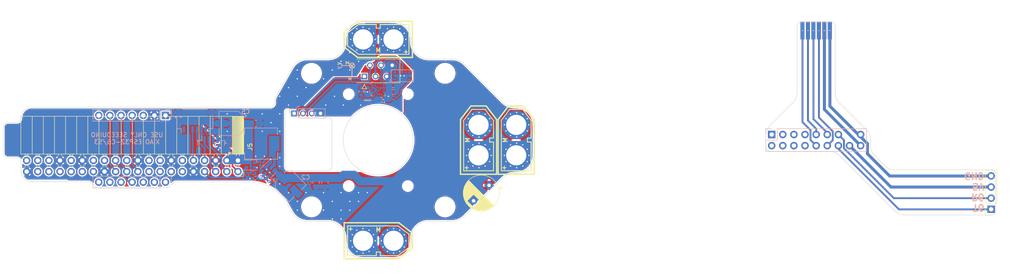
<source format=kicad_pcb>
(kicad_pcb (version 20221018) (generator pcbnew)
  (layers (0 "F.Cu" signal) (31 "B.Cu" signal) (34 "B.Paste" user) (35 "F.Paste" user) (36 "B.SilkS" user "B.Silkscreen") (37 "F.SilkS" user "F.Silkscreen") (38 "B.Mask" user) (39 "F.Mask" user) (44 "Edge.Cuts" user))
  (net 0 "")
  (net 1 "/R4")
  (net 2 "/T4")
  (net 3 "/SDA")
  (net 4 "/SCL")
  (net 5 "GND")
  (net 6 "+3V3")
  (net 7 "+5P")
  (net 8 "-BATT")
  (net 10 "/MOSI")
  (net 11 "/MISO")
  (net 12 "/SCLK")
  (net 13 "/CS")
  (net 21 "Net-(U1-SW)")
  (net 22 "+BATT")
  (net 23 "Net-(U1-VFB)")
  (net 24 "Net-(U1-EN)")
  (net 25 "Net-(U1-VBST)")
  (net 26 "/T1")
  (net 27 "/R1")
  (net 35 "Net-(U2-SETC)")
  (net 36 "Net-(U2-SETP)")
  (net 37 "Net-(U2-C1)")
  (net 40 "Net-(U3-XSHUT)")
  (net 49 "/R6")
  (net 50 "/T6")
  (net 51 "Net-(J1-Pin_16)")
  (net 53 "+3.3VP")
  (net 54 "/SDA_P")
  (net 55 "/SCL_P")
  (net 74 "Net-(J7-Pin_7)")
  (net 75 "Net-(J7-Pin_3)")
  (net 76 "Net-(D1-DIN)")
  (footprint "Connector_TE-Connectivity:TE_Micro-MaTch_215079-6_2x03_P1.27mm_Vertical" (layer "F.Cu") (at -3.175 -14.5475 90)
    (fp_text reference "J11" hide)
    (fp_text value "Conn_01x06_Pin")
  )
  (footprint "MountingHole:MountingHole_4.3mm_M4" (layer "F.Cu") (at -15.25 15.25)
    (fp_text reference "H6" hide)
    (fp_text value "MountingHole")
  )
  (footprint "RCconn:XT-60_male" (layer "F.Cu") (at 0 -23 180)
    (fp_text reference "J4" hide)
    (fp_text value "Conn_01x02_Socket" hide)
  )
  (footprint "RCconn:XT-60_male" (layer "F.Cu") (at 0 23)
    (fp_text reference "J2" hide)
    (fp_text value "Conn_01x02_Socket" hide)
  )
  (footprint "MountingHole:MountingHole_2.2mm_M2" (layer "F.Cu") (at 6.75 10.5)
    (fp_text reference "H4" hide)
    (fp_text value "MountingHole")
  )
  (footprint "MountingHole:MountingHole_4.3mm_M4" (layer "F.Cu") (at 15.25 15.25)
    (fp_text reference "H8" hide)
    (fp_text value "MountingHole")
  )
  (footprint "MountingHole:MountingHole_2.2mm_M2" (layer "F.Cu") (at 6.75 -10.5)
    (fp_text reference "H2")
    (fp_text value "MountingHole")
  )
  (footprint "MountingHole:MountingHole_2.2mm_M2" (layer "F.Cu") (at -6.75 10.5)
    (fp_text reference "H3")
    (fp_text value "MountingHole")
  )
  (footprint "Connector_PinSocket_2.54mm:PinSocket_1x04_P2.54mm_Vertical" (layer "F.Cu") (at 139.975 15.8 180)
    (fp_text reference "J14" hide)
    (fp_text value "Conn_01x04_Socket")
  )
  (footprint "MountingHole:MountingHole_4.3mm_M4" (layer "F.Cu") (at 15.25 -15.25)
    (fp_text reference "H7" hide)
    (fp_text value "MountingHole")
  )
  (footprint "MountingHole:MountingHole_4.3mm_M4" (layer "F.Cu") (at -15.25 -15.25)
    (fp_text reference "H5" hide)
    (fp_text value "MountingHole")
  )
  (footprint "RCconn:XT-60_male" (layer "F.Cu") (at 22.9 0 90)
    (fp_text reference "J8" hide)
    (fp_text value "Conn_01x02_Socket" hide)
  )
  (footprint "Connector_FFC-FPC:TE_84952-6_1x06-1MP_P1.0mm_Horizontal" (layer "F.Cu") (at 100 -23.225)
    (fp_text reference "J12" hide)
    (fp_text value "Conn_01x06_Pin" hide)
  )
  (footprint "Connector_PinSocket_2.54mm:PinSocket_2x20_P2.54mm_Horizontal" (layer "F.Cu") (at -32.05 7.19 -90)
    (fp_text reference "J5")
    (fp_text value "Raspberry_Pi_2_3")
  )
  (footprint "RCconn:XT-60_male" (layer "F.Cu") (at 31.5 0 90)
    (fp_text reference "J3" hide)
    (fp_text value "Conn_01x02_Socket" hide)
  )
  (footprint "MountingHole:MountingHole_2.2mm_M2" (layer "F.Cu") (at -6.75 -10.5)
    (fp_text reference "H1" hide)
    (fp_text value "MountingHole")
  )
  (footprint "Capacitor_THT:CP_Radial_D8.0mm_P5.00mm" (layer "F.Cu") (at 25.297727 10.332233 -135)
    (fp_text reference "C13" hide)
    (fp_text value "1m")
  )
  (footprint "Resistor_SMD:R_0603_1608Metric" (layer "B.Cu") (at 3.4 -12.5)
    (fp_text reference "C12" hide)
    (fp_text value "4.7u")
  )
  (footprint "Capacitor_SMD:CP_Elec_5x5.4" (layer "B.Cu") (at -20.355741 10.217158 -45)
    (fp_text reference "C2")
    (fp_text value "10u")
  )
  (footprint "Package_LGA:LGA-16_3x3mm_P0.5mm" (layer "B.Cu") (at 0 -11.7 180)
    (fp_text reference "U2" hide)
    (fp_text value "IST8308")
  )
  (footprint "Resistor_SMD:R_0402_1005Metric" (layer "B.Cu") (at -28.1 8.7)
    (fp_text reference "R2" hide)
    (fp_text value "10k")
  )
  (footprint "Connector_JST:JST_SH_SM06B-SRSS-TB_1x06-1MP_P1.00mm_Horizontal" (layer "B.Cu") (at -41.9 -4.4)
    (fp_text reference "J9" hide)
    (fp_text value "Conn_01x06_MountingPin")
  )
  (footprint "Connector_PinHeader_2.54mm:PinHeader_2x09_P2.54mm_Vertical" (layer "B.Cu") (at 89.85 -1.275 -90)
    (fp_text reference "J1" hide)
    (fp_text value "Conn_02x09_Odd_Even")
  )
  (footprint "Resistor_SMD:R_0603_1608Metric" (layer "B.Cu") (at -2.5 -11.1 -90)
    (fp_text reference "C9" hide)
    (fp_text value "4.7u")
  )
  (footprint "Capacitor_SMD:C_0402_1005Metric" (layer "B.Cu") (at -15.7 9.7 -90)
    (fp_text reference "C4" hide)
    (fp_text value "100n")
  )
  (footprint "Connector_JST:JST_SH_BM04B-SRSS-TB_1x04-1MP_P1.00mm_Vertical" (layer "B.Cu") (at -38.2 1.2)
    (fp_text reference "J16" hide)
    (fp_text value "Conn_01x04_MountingPin")
  )
  (footprint "Resistor_SMD:R_0603_1608Metric" (layer "B.Cu") (at 0.8 -9.2 180)
    (fp_text reference "C10" hide)
    (fp_text value "1u")
  )
  (footprint "Resistor_SMD:R_0603_1608Metric" (layer "B.Cu") (at -3.9 -11.1 -90)
    (fp_text reference "C8" hide)
    (fp_text value "220n")
  )
  (footprint "Sensor_Distance:ST_VL53L1x" (layer "B.Cu") (at 5.5 -14.7)
    (fp_text reference "U3" hide)
    (fp_text value "VL53L1CXV0FY1")
  )
  (footprint "Capacitor_SMD:C_0805_2012Metric" (layer "B.Cu") (at -33.3 2.1 180)
    (fp_text reference "C16" hide)
    (fp_text value "6.8u")
  )
  (footprint "Resistor_SMD:R_0402_1005Metric" (layer "B.Cu") (at -28.6 7.5 180)
    (fp_text reference "R1" hide)
    (fp_text value "54.9k")
  )
  (footprint "Capacitor_SMD:C_0402_1005Metric" (layer "B.Cu") (at -26.6 5.4 45)
    (fp_text reference "C1" hide)
    (fp_text value "100n" hide)
  )
  (footprint "Resistor_SMD:R_0402_1005Metric" (layer "B.Cu") (at 3.4 -9.7 180)
    (fp_text reference "R4" hide)
    (fp_text value "10k")
  )
  (footprint "LED_SMD:LED_WS2812B-2020_PLCC4_2.0x2.0mm" (layer "B.Cu") (at -29.2 5.7 180)
    (fp_text reference "D1" hide)
    (fp_text value "WS2812B")
  )
  (footprint "Connector_PinSocket_2.54mm:PinSocket_1x07_P2.54mm_Vertical" (layer "B.Cu") (at -48.6 9.6 90)
    (fp_text reference "J6" hide)
    (fp_text value "Conn_01x07_Socket")
  )
  (footprint "Resistor_SMD:R_0402_1005Metric" (layer "B.Cu") (at -24.2 9.2 -135)
    (fp_text reference "R3" hide)
    (fp_text value "10k")
  )
  (footprint "Connector_PinSocket_2.54mm:PinSocket_1x07_P2.54mm_Vertical" (layer "B.Cu") (at -48.6 -5.64 90)
    (fp_text reference "J7" hide)
    (fp_text value "Conn_01x07_Socket")
  )
  (footprint "Resistor_SMD:R_0603_1608Metric" (layer "B.Cu") (at 3.4 -11)
    (fp_text reference "C11" hide)
    (fp_text value "220n")
  )
  (footprint "Capacitor_SMD:CP_Elec_5x5.4" (layer "B.Cu") (at -33.6 -3.8 180)
    (fp_text reference "C5")
    (fp_text value "22u")
  )
  (footprint "Capacitor_SMD:C_0805_2012Metric" (layer "B.Cu") (at -27.9 -3.8)
    (fp_text reference "C6" hide)
    (fp_text value "6.8u")
  )
  (footprint "Inductor_SMD:L_Sunlord_MWSA0603S" (layer "B.Cu") (at -26.775 0.8 180)
    (fp_text reference "L1" hide)
    (fp_text value "3.3u")
  )
  (footprint "Capacitor_SMD:C_0805_2012Metric" (layer "B.Cu") (at -14.2 9.7 -90)
    (fp_text reference "C14" hide)
    (fp_text value "6.8u")
  )
  (footprint "Connector_PinHeader_2.00mm:PinHeader_1x04_P2.00mm_Vertical" (layer "B.Cu") (at -19.2 -6.1 -90)
    (fp_text reference "J10" hide)
    (fp_text value "Conn_01x04_Socket")
  )
  (footprint "Capacitor_SMD:C_0805_2012Metric" (layer "B.Cu") (at -12.2 9.7 -90)
    (fp_text reference "C3" hide)
    (fp_text value "6.8u")
  )
  (footprint "Package_TO_SOT_SMD:SOT-23-6" (layer "B.Cu") (at -25.176085 7.032583 -135)
    (fp_text reference "U1" hide)
    (fp_text value "TPS565208")
  )
  (footprint "Capacitor_SMD:C_0805_2012Metric" (layer "B.Cu") (at -33.3 0.1 180)
    (fp_text reference "C15" hide)
    (fp_text value "6.8u")
  )
  (footprint "Capacitor_SMD:C_0402_1005Metric" (layer "B.Cu") (at -30 7.9 -90)
    (fp_text reference "C7" hide)
    (fp_text value "100n")
  )
  (gr_circle (center -6 -17) (end -5.9 -17) (stroke (width 0.15)) (fill none) (layer "B.SilkS"))
  (gr_line (start -6 -17) (end -8.5 -17) (stroke (width 0.15)) (layer "B.SilkS"))
  (gr_line (start -6 -17) (end -6 -14.5) (stroke (width 0.15)) (layer "B.SilkS"))
  (gr_circle (center -6 -17) (end -5.4 -17) (stroke (width 0.15)) (fill none) (layer "B.SilkS"))
  (gr_line (start -6.4 -17.4) (end -5.6 -16.6) (stroke (width 0.15)) (layer "F.SilkS"))
  (gr_circle (center -6 -17) (end -6.6 -17) (stroke (width 0.15)) (fill none) (layer "F.SilkS"))
  (gr_line (start -8.5 -17) (end -6.6 -17) (stroke (width 0.15)) (layer "F.SilkS"))
  (gr_line (start -6 -16.4) (end -6 -14.5) (stroke (width 0.15)) (layer "F.SilkS"))
  (gr_line (start -5.6 -17.4) (end -6.4 -16.6) (stroke (width 0.15)) (layer "F.SilkS"))
  (gr_line (start 89.37868 -3.27868) (end 94.771321 -8.671321) (stroke (width 0.1)) (layer "Edge.Cuts"))
  (gr_arc (start -7.5 -23) (mid -6.328427 -25.828427) (end -3.5 -27) (stroke (width 0.1)) (layer "Edge.Cuts"))
  (gr_arc (start -11.5 18.5) (mid -8.671573 19.671573) (end -7.5 22.5) (stroke (width 0.1)) (layer "Edge.Cuts"))
  (gr_line (start 7.5 22.5) (end 7.5 23) (stroke (width 0.1)) (layer "Edge.Cuts"))
  (gr_arc (start -66.214214 9.5) (mid -65.83153 9.57612) (end -65.507107 9.792893) (stroke (width 0.1)) (layer "Edge.Cuts"))
  (gr_arc (start -10.6 6) (mid -10.892894 6.707106) (end -11.6 7) (stroke (width 0.1)) (layer "Edge.Cuts"))
  (gr_line (start -11.6 7) (end -20.300001 7) (stroke (width 0.1)) (layer "Edge.Cuts"))
  (gr_line (start 28.328427 -8.671573) (end 19.671573 -17.328427) (stroke (width 0.1)) (layer "Edge.Cuts"))
  (gr_line (start -81.6 -5) (end -81.6 -5) (stroke (width 0.1)) (layer "Edge.Cuts"))
  (gr_arc (start -81.6 -5) (mid -81.892893 -4.292893) (end -82.6 -4) (stroke (width 0.1)) (layer "Edge.Cuts"))
  (gr_line (start 19.671573 17.328427) (end 28.328427 8.671573) (stroke (width 0.1)) (layer "Edge.Cuts"))
  (gr_arc (start 95.65 -26) (mid 95.942893 -26.707107) (end 96.65 -27) (stroke (width 0.1)) (layer "Edge.Cuts"))
  (gr_arc (start 113.32868 3.47868) (mid 112.678375 2.505407) (end 112.45 1.357359) (stroke (width 0.1)) (layer "Edge.Cuts"))
  (gr_arc (start 140.05 6.8) (mid 140.757107 7.092893) (end 141.05 7.8) (stroke (width 0.1)) (layer "Edge.Cuts"))
  (gr_line (start 105.22868 -8.62132) (end 111.571321 -2.278679) (stroke (width 0.1)) (layer "Edge.Cuts"))
  (gr_arc (start 35.5 3.5) (mid 34.328427 6.328427) (end 31.5 7.5) (stroke (width 0.1)) (layer "Edge.Cuts"))
  (gr_arc (start -19.649172 -16.47205) (mid -18.18301 -17.956024) (end -16.169083 -18.5) (stroke (width 0.1)) (layer "Edge.Cuts"))
  (gr_line (start -19.6 -5.1) (end -11.1 -5.1) (stroke (width 0.1)) (layer "Edge.Cuts"))
  (gr_line (start -64.692893 10.607107) (end -65.507107 9.792893) (stroke (width 0.1)) (layer "Edge.Cuts"))
  (gr_line (start -47.707107 10.607107) (end -46.892893 9.792893) (stroke (width 0.1)) (layer "Edge.Cuts"))
  (gr_line (start -7.5 -23) (end -7.5 -22.5) (stroke (width 0.1)) (layer "Edge.Cuts"))
  (gr_arc (start -16.169083 18.5) (mid -18.18301 17.956024) (end -19.649172 16.47205) (stroke (width 0.1)) (layer "Edge.Cuts"))
  (gr_arc (start 28.328427 8.671573) (mid 29.62612 7.804482) (end 31.156854 7.5) (stroke (width 0.1)) (layer "Edge.Cuts"))
  (gr_arc (start 141.05 16.1) (mid 140.757107 16.807107) (end 140.05 17.1) (stroke (width 0.1)) (layer "Edge.Cuts"))
  (gr_line (start 103.157359 2.6) (end 89.7 2.6) (stroke (width 0.1)) (layer "Edge.Cuts"))
  (gr_arc (start -29.427293 9.5) (mid -24.392477 10.859941) (end -20.727071 14.569875) (stroke (width 0.1)) (layer "Edge.Cuts"))
  (gr_arc (start 103.35 -27) (mid 104.057107 -26.707107) (end 104.35 -26) (stroke (width 0.1)) (layer "Edge.Cuts"))
  (gr_line (start 31.5 -7.5) (end 31.156854 -7.5) (stroke (width 0.1)) (layer "Edge.Cuts"))
  (gr_line (start -11.5 18.5) (end -16.169083 18.5) (stroke (width 0.1)) (layer "Edge.Cuts"))
  (gr_arc (start -23.6 -8.5) (mid -23.892893 -7.792893) (end -24.6 -7.5) (stroke (width 0.1)) (layer "Edge.Cuts"))
  (gr_line (start 16.843146 -18.5) (end 11.5 -18.5) (stroke (width 0.1)) (layer "Edge.Cuts"))
  (gr_arc (start -47.707107 10.607107) (mid -48.03153 10.82388) (end -48.414214 10.9) (stroke (width 0.1)) (layer "Edge.Cuts"))
  (gr_arc (start 7.5 23) (mid 6.328427 25.828427) (end 3.5 27) (stroke (width 0.1)) (layer "Edge.Cuts"))
  (gr_line (start -20.727071 14.569875) (end -19.649172 16.47205) (stroke (width 0.1)) (layer "Edge.Cuts"))
  (gr_line (start 118.02132 16.22132) (end 105.278679 3.478679) (stroke (width 0.1)) (layer "Edge.Cuts"))
  (gr_arc (start 7.5 22.5) (mid 8.671573 19.671573) (end 11.5 18.5) (stroke (width 0.1)) (layer "Edge.Cuts"))
  (gr_line (start 96.65 -27) (end 103.35 -27) (stroke (width 0.1)) (layer "Edge.Cuts"))
  (gr_line (start -81.6 5) (end -81.6 7) (stroke (width 0.1)) (layer "Edge.Cuts"))
  (gr_line (start 7.5 -22.5) (end 7.5 -23) (stroke (width 0.1)) (layer "Edge.Cuts"))
  (gr_line (start 88.5 1.4) (end 88.5 -1.157359) (stroke (width 0.1)) (layer "Edge.Cuts"))
  (gr_line (start -63.985786 10.9) (end -48.414214 10.9) (stroke (width 0.1)) (layer "Edge.Cuts"))
  (gr_line (start 117.892641 6.8) (end 140.05 6.8) (stroke (width 0.1)) (layer "Edge.Cuts"))
  (gr_line (start -46.185786 9.5) (end -29.427293 9.5) (stroke (width 0.1)) (layer "Edge.Cuts"))
  (gr_line (start -84.6 4) (end -82.6 4) (stroke (width 0.1)) (layer "Edge.Cuts"))
  (gr_line (start 113.32868 3.47868) (end 115.771321 5.921321) (stroke (width 0.1)) (layer "Edge.Cuts"))
  (gr_line (start 141.05 7.8) (end 141.05 16.1) (stroke (width 0.1)) (layer "Edge.Cuts"))
  (gr_line (start -23.470022 -9.729373) (end -19.649172 -16.47205) (stroke (width 0.1)) (layer "Edge.Cuts"))
  (gr_line (start 3.5 -27) (end -3.5 -27) (stroke (width 0.1)) (layer "Edge.Cuts"))
  (gr_line (start -7.5 23) (end -7.5 22.5) (stroke (width 0.1)) (layer "Edge.Cuts"))
  (gr_line (start -20.8 -7) (end -20.6 -7) (stroke (width 0.1)) (layer "Edge.Cuts"))
  (gr_line (start -82.6 -4) (end -84.6 -4) (stroke (width 0.1)) (layer "Edge.Cuts"))
  (gr_arc (start 89.7 2.6) (mid 88.851472 2.248528) (end 88.5 1.4) (stroke (width 0.1)) (layer "Edge.Cuts"))
  (gr_line (start -66.214214 9.5) (end -79.1 9.5) (stroke (width 0.1)) (layer "Edge.Cuts"))
  (gr_arc (start 95.65 -10.792641) (mid 95.421639 -9.644591) (end 94.771321 -8.671321) (stroke (width 0.1)) (layer "Edge.Cuts"))
  (gr_arc (start 3.5 -27) (mid 6.328427 -25.828427) (end 7.5 -23) (stroke (width 0.1)) (layer "Edge.Cuts"))
  (gr_circle (center 0 0) (end 8 0) (stroke (width 0.1)) (fill none) (layer "Edge.Cuts"))
  (gr_line (start 140.05 17.1) (end 120.142641 17.1) (stroke (width 0.1)) (layer "Edge.Cuts"))
  (gr_arc (start 31.5 -7.5) (mid 34.328427 -6.328427) (end 35.5 -3.5) (stroke (width 0.1)) (layer "Edge.Cuts"))
  (gr_arc (start -23.6 -9.23636) (mid -23.56696 -9.49129) (end -23.470022 -9.729373) (stroke (width 0.1)) (layer "Edge.Cuts"))
  (gr_line (start 95.65 -10.792641) (end 95.65 -26) (stroke (width 0.1)) (layer "Edge.Cuts"))
  (gr_line (start 104.35 -26) (end 104.35 -10.742641) (stroke (width 0.1)) (layer "Edge.Cuts"))
  (gr_arc (start -21.3 -6.5) (mid -21.153553 -6.853553) (end -20.8 -7) (stroke (width 0.1)) (layer "Edge.Cuts"))
  (gr_line (start 3.5 27) (end -3.5 27) (stroke (width 0.1)) (layer "Edge.Cuts"))
  (gr_arc (start 11.5 -18.5) (mid 8.671573 -19.671573) (end 7.5 -22.5) (stroke (width 0.1)) (layer "Edge.Cuts"))
  (gr_arc (start -11.1 -5.1) (mid -10.746447 -4.953553) (end -10.6 -4.6) (stroke (width 0.1)) (layer "Edge.Cuts"))
  (gr_line (start 31.156854 7.5) (end 31.5 7.5) (stroke (width 0.1)) (layer "Edge.Cuts"))
  (gr_arc (start -63.985786 10.9) (mid -64.36847 10.82388) (end -64.692893 10.607107) (stroke (width 0.1)) (layer "Edge.Cuts"))
  (gr_line (start -20.1 -6.5) (end -20.1 -5.6) (stroke (width 0.1)) (layer "Edge.Cuts"))
  (gr_arc (start -84.6 4) (mid -85.307107 3.707107) (end -85.6 3) (stroke (width 0.1)) (layer "Edge.Cuts"))
  (gr_arc (start 117.892641 6.8) (mid 116.744591 6.571639) (end 115.771321 5.921321) (stroke (width 0.1)) (layer "Edge.Cuts"))
  (gr_arc (start -19.6 -5.1) (mid -19.953553 -5.246447) (end -20.1 -5.6) (stroke (width 0.1)) (layer "Edge.Cuts"))
  (gr_line (start -79.1 -7.5) (end -24.6 -7.5) (stroke (width 0.1)) (layer "Edge.Cuts"))
  (gr_line (start 112.45 -0.157359) (end 112.45 1.357359) (stroke (width 0.1)) (layer "Edge.Cuts"))
  (gr_arc (start 111.571321 -2.278679) (mid 112.221626 -1.305407) (end 112.45 -0.157359) (stroke (width 0.1)) (layer "Edge.Cuts"))
  (gr_line (start -23.6 -8.5) (end -23.6 -9.23636) (stroke (width 0.1)) (layer "Edge.Cuts"))
  (gr_arc (start -20.300001 7) (mid -21.007107 6.707107) (end -21.3 6) (stroke (width 0.1)) (layer "Edge.Cuts"))
  (gr_line (start -10.6 -4.6) (end -10.6 6) (stroke (width 0.1)) (layer "Edge.Cuts"))
  (gr_line (start 16.843146 18.5) (end 11.5 18.5) (stroke (width 0.1)) (layer "Edge.Cuts"))
  (gr_line (start -85.6 -3) (end -85.6 3) (stroke (width 0.1)) (layer "Edge.Cuts"))
  (gr_arc (start -46.892893 9.792893) (mid -46.56847 9.57612) (end -46.185786 9.5) (stroke (width 0.1)) (layer "Edge.Cuts"))
  (gr_arc (start 105.22868 -8.62132) (mid 104.578375 -9.594593) (end 104.35 -10.742641) (stroke (width 0.1)) (layer "Edge.Cuts"))
  (gr_line (start -11.5 -18.5) (end -16.169083 -18.5) (stroke (width 0.1)) (layer "Edge.Cuts"))
  (gr_arc (start -7.5 -22.5) (mid -8.671573 -19.671573) (end -11.5 -18.5) (stroke (width 0.1)) (layer "Edge.Cuts"))
  (gr_line (start -21.3 6) (end -21.3 -6.5) (stroke (width 0.1)) (layer "Edge.Cuts"))
  (gr_arc (start 31.156854 -7.5) (mid 29.62612 -7.804482) (end 28.328427 -8.671573) (stroke (width 0.1)) (layer "Edge.Cuts"))
  (gr_arc (start 19.671573 17.328427) (mid 18.373879 18.195517) (end 16.843146 18.5) (stroke (width 0.1)) (layer "Edge.Cuts"))
  (gr_arc (start -85.6 -3) (mid -85.307107 -3.707107) (end -84.6 -4) (stroke (width 0.1)) (layer "Edge.Cuts"))
  (gr_arc (start 88.5 -1.157359) (mid 88.728362 -2.30541) (end 89.37868 -3.27868) (stroke (width 0.1)) (layer "Edge.Cuts"))
  (gr_arc (start -81.6 -5) (mid -80.867767 -6.767767) (end -79.1 -7.5) (stroke (width 0.1)) (layer "Edge.Cuts"))
  (gr_arc (start 16.843146 -18.5) (mid 18.37388 -18.195518) (end 19.671573 -17.328427) (stroke (width 0.1)) (layer "Edge.Cuts"))
  (gr_arc (start 120.142641 17.1) (mid 118.99459 16.871638) (end 118.02132 16.22132) (stroke (width 0.1)) (layer "Edge.Cuts"))
  (gr_arc (start -82.6 4) (mid -81.892893 4.292893) (end -81.6 5) (stroke (width 0.1)) (layer "Edge.Cuts"))
  (gr_arc (start -3.5 27) (mid -6.328427 25.828427) (end -7.5 23) (stroke (width 0.1)) (layer "Edge.Cuts"))
  (gr_arc (start 103.157359 2.6) (mid 104.305409 2.828361) (end 105.278679 3.478679) (stroke (width 0.1)) (layer "Edge.Cuts"))
  (gr_line (start 35.5 3.5) (end 35.5 -3.5) (stroke (width 0.1)) (layer "Edge.Cuts"))
  (gr_arc (start -79.1 9.5) (mid -80.867767 8.767767) (end -81.6 7) (stroke (width 0.1)) (layer "Edge.Cuts"))
  (gr_arc (start -20.6 -7) (mid -20.246447 -6.853553) (end -20.1 -6.5) (stroke (width 0.1)) (layer "Edge.Cuts"))
  (gr_text "USE ONLY SEEEDUINO\nXIAO ESP32-C6/S3" (at -57.4 1) (layer "B.SilkS") (effects (font (size 1 1)) (justify bottom mirror)))
  (gr_text "z" (at -6.6 -18.1 90) (layer "B.SilkS") (effects (font (size 1 1)) (justify left bottom mirror)))
  (gr_text "y" (at -8.5 -17 90) (layer "B.SilkS") (effects (font (size 1 1)) (justify left bottom mirror)))
  (gr_text "x" (at -6 -14.5 90) (layer "B.SilkS") (effects (font (size 1 1)) (justify left bottom mirror)))
  (gr_text "T6\nR6\n5V\nGND\n" (at 138.6 7.3 180) (layer "B.SilkS") (effects (font (size 1.5 1.5) (thickness 0.3) bold) (justify right bottom mirror)))
  (gr_text "y" (at -8.5 -17 90) (layer "F.SilkS") (effects (font (size 1 1)) (justify left bottom)))
  (gr_text "z" (at -6.6 -17.2 90) (layer "F.SilkS") (effects (font (size 1 1)) (justify left bottom)))
  (gr_text "x" (at -6 -14.5 90) (layer "F.SilkS") (effects (font (size 1 1)) (justify right bottom)))
  (segment (start 98.15 -4.45) (end 98.15 -25) (width 0.381) (layer "F.Cu") (net 1))
  (segment (start 100.035 -1.25) (end 100.035 -2.565) (width 0.381) (layer "F.Cu") (net 1))
  (segment (start 100.035 -2.565) (end 98.15 -4.45) (width 0.381) (layer "F.Cu") (net 1))
  (segment (start 98.125 -4.475) (end 98.125 -25.025) (width 0.381) (layer "B.Cu") (net 1))
  (segment (start -16.9 -6.1) (end -17.2 -6.1) (width 0.381) (layer "B.Cu") (net 1))
  (segment (start -1.905 -13.7365) (end -2.3415 -13.3) (width 0.381) (layer "B.Cu") (net 1))
  (segment (start 100.01 -2.59) (end 98.125 -4.475) (width 0.381) (layer "B.Cu") (net 1))
  (segment (start -9.7 -13.3) (end -16.9 -6.1) (width 0.381) (layer "B.Cu") (net 1))
  (segment (start -2.3415 -13.3) (end -9.7 -13.3) (width 0.381) (layer "B.Cu") (net 1))
  (segment (start 100.01 -1.275) (end 100.01 -2.59) (width 0.381) (layer "B.Cu") (net 1))
  (segment (start -1.905 -17.0875) (end -1.905 -13.7365) (width 0.381) (layer "B.Cu") (net 1))
  (segment (start 98.7355 -2.2645) (end 96.9 -4.1) (width 0.381) (layer "F.Cu") (net 2))
  (segment (start 96.9 -4.1) (end 96.9 -25) (width 0.381) (layer "F.Cu") (net 2))
  (segment (start 98.7355 -0.0095) (end 98.7355 -2.2645) (width 0.381) (layer "F.Cu") (net 2))
  (segment (start 100.035 1.29) (end 98.7355 -0.0095) (width 0.381) (layer "F.Cu") (net 2))
  (segment (start -10.1 -14.1) (end -16.9 -7.3) (width 0.381) (layer "B.Cu") (net 2))
  (segment (start 96.875 -4.125) (end 96.875 -25.025) (width 0.381) (layer "B.Cu") (net 2))
  (segment (start 98.7105 -0.0345) (end 98.7105 -2.2895) (width 0.381) (layer "B.Cu") (net 2))
  (segment (start -3.175 -14.5475) (end -3.6225 -14.1) (width 0.381) (layer "B.Cu") (net 2))
  (segment (start -18 -7.3) (end -19.2 -6.1) (width 0.381) (layer "B.Cu") (net 2))
  (segment (start 98.7105 -2.2895) (end 96.875 -4.125) (width 0.381) (layer "B.Cu") (net 2))
  (segment (start -3.6225 -14.1) (end -10.1 -14.1) (width 0.381) (layer "B.Cu") (net 2))
  (segment (start 100.01 1.265) (end 98.7105 -0.0345) (width 0.381) (layer "B.Cu") (net 2))
  (segment (start -16.9 -7.3) (end -18 -7.3) (width 0.381) (layer "B.Cu") (net 2))
  (segment (start 102.575 -1.25) (end 102.575 -1.625) (width 0.381) (layer "F.Cu") (net 3))
  (segment (start 102.575 -1.625) (end 99.4 -4.8) (width 0.381) (layer "F.Cu") (net 3))
  (segment (start 99.4 -4.8) (end 99.4 -25) (width 0.381) (layer "F.Cu") (net 3))
  (segment (start 0.75 -13.504) (end -0.2935 -14.5475) (width 0.254) (layer "B.Cu") (net 3))
  (segment (start -0.635 -14.5475) (end -0.635 -17.465) (width 0.381) (layer "B.Cu") (net 3))
  (segment (start -0.2935 -14.5475) (end -0.635 -14.5475) (width 0.254) (layer "B.Cu") (net 3))
  (segment (start 102.55 -1.275) (end 102.55 -1.65) (width 0.381) (layer "B.Cu") (net 3))
  (segment (start -0.635 -17.465) (end 0.9 -19) (width 0.381) (layer "B.Cu") (net 3))
  (segment (start 99.375 -4.825) (end 99.375 -25.025) (width 0.381) (layer "B.Cu") (net 3))
  (segment (start 0.75 -12.975) (end 0.75 -13.504) (width 0.254) (layer "B.Cu") (net 3))
  (segment (start 102.55 -1.65) (end 99.375 -4.825) (width 0.381) (layer "B.Cu") (net 3))
  (segment (start 0.9 -19) (end 4 -19) (width 0.381) (layer "B.Cu") (net 3))
  (segment (start 5.5 -17.5) (end 5.5 -15.5) (width 0.381) (layer "B.Cu") (net 3))
  (segment (start 4 -19) (end 5.5 -17.5) (width 0.381) (layer "B.Cu") (net 3))
  (segment (start 103.8155 -1.9845) (end 100.65 -5.15) (width 0.381) (layer "F.Cu") (net 4))
  (segment (start 100.65 -5.15) (end 100.65 -25) (width 0.381) (layer "F.Cu") (net 4))
  (segment (start 103.8155 0.0495) (end 103.8155 -1.9845) (width 0.381) (layer "F.Cu") (net 4))
  (segment (start 102.575 1.29) (end 103.8155 0.0495) (width 0.381) (layer "F.Cu") (net 4))
  (segment (start 102.55 1.265) (end 103.7905 0.0245) (width 0.381) (layer "B.Cu") (net 4))
  (segment (start 103.7905 0.0245) (end 103.7905 -2.0095) (width 0.381) (layer "B.Cu") (net 4))
  (segment (start 0.635 -17.0875) (end 1.8475 -18.3) (width 0.381) (layer "B.Cu") (net 4))
  (segment (start 3.7 -18.3) (end 4.7 -17.3) (width 0.381) (layer "B.Cu") (net 4))
  (segment (start 1.8475 -18.3) (end 3.7 -18.3) (width 0.381) (layer "B.Cu") (net 4))
  (segment (start 103.7905 -2.0095) (end 100.625 -5.175) (width 0.381) (layer "B.Cu") (net 4))
  (segment (start 100.625 -5.175) (end 100.625 -25.025) (width 0.381) (layer "B.Cu") (net 4))
  (segment (start 0.635 -14.365) (end 0.635 -17.0875) (width 0.254) (layer "B.Cu") (net 4))
  (segment (start 1.275 -12.45) (end 1.275 -13.725) (width 0.254) (layer "B.Cu") (net 4))
  (segment (start 1.275 -13.725) (end 0.635 -14.365) (width 0.254) (layer "B.Cu") (net 4))
  (segment (start 4.7 -17.3) (end 4.7 -15.5) (width 0.381) (layer "B.Cu") (net 4))
  (segment (start 109.65 -1.25) (end 103.15 -7.75) (width 0.635) (layer "F.Cu") (net 5))
  (segment (start 116.805 8.205) (end 140 8.205) (width 0.635) (layer "F.Cu") (net 5))
  (segment (start 110.195 -1.25) (end 110.195 -0.7275) (width 0.635) (layer "F.Cu") (net 5))
  (segment (start 111.725 0.8025) (end 111.725 3.125) (width 0.635) (layer "F.Cu") (net 5))
  (segment (start 110.195 -1.25) (end 109.65 -1.25) (width 0.635) (layer "F.Cu") (net 5))
  (segment (start 103.15 -7.75) (end 103.15 -25) (width 0.635) (layer "F.Cu") (net 5))
  (segment (start 110.195 -0.7275) (end 111.725 0.8025) (width 0.635) (layer "F.Cu") (net 5))
  (segment (start 111.725 3.125) (end 116.805 8.205) (width 0.635) (layer "F.Cu") (net 5))
  (via (at -10 -10) (size 0.6) (drill 0.3) (layers "F.Cu" "B.Cu") (net 5))
  (via (at -12 -8) (size 0.6) (drill 0.3) (layers "F.Cu" "B.Cu") (net 5))
  (via (at -2.5 -11) (size 0.6) (drill 0.3) (layers "F.Cu" "B.Cu") (net 5))
  (via (at -8 -8) (size 0.6) (drill 0.3) (layers "F.Cu" "B.Cu") (net 5))
  (via (at 5.1 -14.7) (size 0.6) (drill 0.3) (layers "F.Cu" "B.Cu") (net 5))
  (via (at 5.9 -14.7) (size 0.6) (drill 0.3) (layers "F.Cu" "B.Cu") (net 5))
  (via (at -4 -8) (size 0.6) (drill 0.3) (layers "F.Cu" "B.Cu") (net 5))
  (segment (start 110.17 -0.7525) (end 111.7 0.7775) (width 0.635) (layer "B.Cu") (net 5))
  (segment (start 111.7 3.1) (end 116.78 8.18) (width 0.635) (layer "B.Cu") (net 5))
  (segment (start 110.17 -1.275) (end 110.17 -0.7525) (width 0.635) (layer "B.Cu") (net 5))
  (segment (start 109.625 -1.275) (end 103.125 -7.775) (width 0.635) (layer "B.Cu") (net 5))
  (segment (start 110.17 -1.275) (end 109.625 -1.275) (width 0.635) (layer "B.Cu") (net 5))
  (segment (start 111.7 0.7775) (end 111.7 3.1) (width 0.635) (layer "B.Cu") (net 5))
  (segment (start 103.125 -7.775) (end 103.125 -25.025) (width 0.635) (layer "B.Cu") (net 5))
  (segment (start 116.78 8.18) (end 139.975 8.18) (width 0.635) (layer "B.Cu") (net 5))
  (segment (start -12.5 -8.8) (end 1.1 -8.8) (width 0.381) (layer "F.Cu") (net 6))
  (segment (start -15.2 -6.1) (end -12.5 -8.8) (width 0.381) (layer "F.Cu") (net 6))
  (segment (start 101.9 -7.005) (end 101.9 -25) (width 0.635) (layer "F.Cu") (net 6))
  (segment (start 110.195 1.29) (end 101.9 -7.005) (width 0.635) (layer "F.Cu") (net 6))
  (segment (start 1.1 -8.8) (end 2.3 -10) (width 0.381) (layer "F.Cu") (net 6))
  (via (at 2.3 -10) (size 0.6) (drill 0.3) (layers "F.Cu" "B.Cu") (net 6))
  (segment (start 2.7 -14.549999) (end 2.7 -13.9) (width 0.254) (layer "B.Cu") (net 6))
  (segment (start 3.9 -15.5) (end 3.650001 -15.5) (width 0.254) (layer "B.Cu") (net 6))
  (segment (start 2.4375 -11.15) (end 2.5 -11.2125) (width 0.254) (layer "B.Cu") (net 6))
  (segment (start -0.25 -10.954) (end 0.746 -11.95) (width 0.254) (layer "B.Cu") (net 6))
  (segment (start 2.7 -13.9) (end 2.5525 -13.9) (width 0.254) (layer "B.Cu") (net 6))
  (segment (start 110.17 1.265) (end 101.875 -7.03) (width 0.635) (layer "B.Cu") (net 6))
  (segment (start 1.9375 -11.95) (end 2.4875 -12.5) (width 0.254) (layer "B.Cu") (net 6))
  (segment (start 1.275 -11.95) (end 1.9375 -11.95) (width 0.254) (layer "B.Cu") (net 6))
  (segment (start 3.650001 -15.5) (end 2.7 -14.549999) (width 0.254) (layer "B.Cu") (net 6))
  (segment (start 101.875 -7.03) (end 101.875 -25.025) (width 0.635) (layer "B.Cu") (net 6))
  (segment (start 2.5525 -13.9) (end 1.905 -14.5475) (width 0.254) (layer "B.Cu") (net 6))
  (segment (start -0.25 -10.425) (end -0.25 -10.954) (width 0.254) (layer "B.Cu") (net 6))
  (segment (start -0.2 -11.95) (end 0.746 -11.95) (width 0.2) (layer "B.Cu") (net 6))
  (segment (start 1.275 -10.95) (end 2.4375 -10.95) (width 0.254) (layer "B.Cu") (net 6))
  (segment (start -0.75 -12.975) (end -0.75 -12.5) (width 0.2) (layer "B.Cu") (net 6))
  (segment (start -0.75 -12.5) (end -0.2 -11.95) (width 0.2) (layer "B.Cu") (net 6))
  (segment (start 0.746 -11.95) (end 1.275 -11.95) (width 0.254) (layer "B.Cu") (net 6))
  (segment (start 2.4375 -10.95) (end 2.4875 -11) (width 0.254) (layer "B.Cu") (net 6))
  (segment (start 3.9 -13.9) (end 2.7 -13.9) (width 0.254) (layer "B.Cu") (net 6))
  (segment (start -41.74 -5.64) (end -32.05 4.05) (width 0.635) (layer "F.Cu") (net 7))
  (segment (start -32.05 4.05) (end -32.05 4.65) (width 0.635) (layer "F.Cu") (net 7))
  (segment (start -48.6 -5.64) (end -41.74 -5.64) (width 0.635) (layer "F.Cu") (net 7))
  (segment (start -30 7.42) (end -29.19 7.42) (width 0.381) (layer "B.Cu") (net 7))
  (segment (start -29.384 5.15) (end -30.115 5.15) (width 0.381) (layer "B.Cu") (net 7))
  (segment (start -29.19 7.42) (end -29.11 7.5) (width 0.381) (layer "B.Cu") (net 7))
  (segment (start -29.11 7.5) (end -29.11 5.424) (width 0.381) (layer "B.Cu") (net 7))
  (segment (start -29.11 5.424) (end -29.384 5.15) (width 0.381) (layer "B.Cu") (net 7))
  (via (at -24.8 7.4) (size 0.6) (drill 0.3) (layers "F.Cu" "B.Cu") (net 8))
  (via (at -10.5 18) (size 0.6) (drill 0.3) (layers "F.Cu" "B.Cu") (net 8))
  (via (at 23 -6.3) (size 0.6) (drill 0.3) (layers "F.Cu" "B.Cu") (net 8))
  (via (at 4.9 20.575129) (size 0.6) (drill 0.3) (layers "F.Cu" "B.Cu") (net 8))
  (via (at -6.5 16) (size 0.6) (drill 0.3) (layers "F.Cu" "B.Cu") (net 8))
  (via (at -8.5 12) (size 0.6) (drill 0.3) (layers "F.Cu" "B.Cu") (net 8))
  (via (at -3.5 -25.8) (size 0.6) (drill 0.3) (layers "F.Cu" "B.Cu") (net 8))
  (via (at 34.024871 -2.1) (size 0.6) (drill 0.3) (layers "F.Cu" "B.Cu") (net 8))
  (via (at 25.8 -3.5) (size 0.6) (drill 0.3) (layers "F.Cu" "B.Cu") (net 8))
  (via (at -1.075129 -21.6) (size 0.6) (drill 0.3) (layers "F.Cu" "B.Cu") (net 8))
  (via (at 21.6 -5.924871) (size 0.6) (drill 0.3) (layers "F.Cu" "B.Cu") (net 8))
  (via (at -26.5 -6) (size 0.6) (drill 0.3) (layers "F.Cu" "B.Cu") (net 8))
  (via (at -12.5 12) (size 0.6) (drill 0.3) (layers "F.Cu" "B.Cu") (net 8))
  (via (at 28.8 -3.5) (size 0.6) (drill 0.3) (layers "F.Cu" "B.Cu") (net 8))
  (via (at -22.5 6) (size 0.6) (drill 0.3) (layers "F.Cu" "B.Cu") (net 8))
  (via (at -16.5 12) (size 0.6) (drill 0.3) (layers "F.Cu" "B.Cu") (net 8))
  (via (at -8.5 -18) (size 0.6) (drill 0.3) (layers "F.Cu" "B.Cu") (net 8))
  (via (at -2.5 12) (size 0.6) (drill 0.3) (layers "F.Cu" "B.Cu") (net 8))
  (via (at 31.6 -6.3) (size 0.6) (drill 0.3) (layers "F.Cu" "B.Cu") (net 8))
  (via (at -10.5 -16) (size 0.6) (drill 0.3) (layers "F.Cu" "B.Cu") (net 8))
  (via (at 5.924871 21.6) (size 0.6) (drill 0.3) (layers "F.Cu" "B.Cu") (net 8))
  (via (at 3.5 20.2) (size 0.6) (drill 0.3) (layers "F.Cu" "B.Cu") (net 8))
  (via (at 3.5 25.8) (size 0.6) (drill 0.3) (layers "F.Cu" "B.Cu") (net 8))
  (via (at -5.924871 -24.4) (size 0.6) (drill 0.3) (layers "F.Cu" "B.Cu") (net 8))
  (via (at -10.5 14) (size 0.6) (drill 0.3) (layers "F.Cu" "B.Cu") (net 8))
  (via (at 21.6 -1.075129) (size 0.6) (drill 0.3) (layers "F.Cu" "B.Cu") (net 8))
  (via (at 34.024871 -4.9) (size 0.6) (drill 0.3) (layers "F.Cu" "B.Cu") (net 8))
  (via (at -25.5 6.7) (size 0.6) (drill 0.3) (layers "F.Cu" "B.Cu") (net 8))
  (via (at -6.5 14) (size 0.6) (drill 0.3) (layers "F.Cu" "B.Cu") (net 8))
  (via (at 2.1 25.424871) (size 0.6) (drill 0.3) (layers "F.Cu" "B.Cu") (net 8))
  (via (at -34.5 -2) (size 0.6) (drill 0.3) (layers "F.Cu" "B.Cu") (net 8))
  (via (at 1.075129 24.4) (size 0.6) (drill 0.3) (layers "F.Cu" "B.Cu") (net 8))
  (via (at 20.2 -3.5) (size 0.6) (drill 0.3) (layers "F.Cu" "B.Cu") (net 8))
  (via (at -26.5 -2) (size 0.6) (drill 0.3) (layers "F.Cu" "B.Cu") (net 8))
  (via (at -22.5 4) (size 0.6) (drill 0.3) (layers "F.Cu" "B.Cu") (net 8))
  (via (at 31.6 -0.7) (size 0.6) (drill 0.3) (layers "F.Cu" "B.Cu") (net 8))
  (via (at 1.075129 21.6) (size 0.6) (drill 0.3) (layers "F.Cu" "B.Cu") (net 8))
  (via (at -8.5 16) (size 0.6) (drill 0.3) (layers "F.Cu" "B.Cu") (net 8))
  (via (at -5.924871 -21.6) (size 0.6) (drill 0.3) (layers "F.Cu" "B.Cu") (net 8))
  (via (at -20.5 -12) (size 0.6) (drill 0.3) (layers "F.Cu" "B.Cu") (net 8))
  (via (at -16.5 -12) (size 0.6) (drill 0.3) (layers "F.Cu" "B.Cu") (net 8))
  (via (at -4.9 -25.424871) (size 0.6) (drill 0.3) (layers "F.Cu" "B.Cu") (net 8))
  (via (at -22.5 -6) (size 0.6) (drill 0.3) (layers "F.Cu" "B.Cu") (net 8))
  (via (at 24.4 -1.075129) (size 0.6) (drill 0.3) (layers "F.Cu" "B.Cu") (net 8))
  (via (at -18.5 -14) (size 0.6) (drill 0.3) (layers "F.Cu" "B.Cu") (net 8))
  (via (at 29.175129 -2.1) (size 0.6) (drill 0.3) (layers "F.Cu" "B.Cu") (net 8))
  (via (at 29.175129 -4.9) (size 0.6) (drill 0.3) (layers "F.Cu" "B.Cu") (net 8))
  (via (at -22.5 -10) (size 0.6) (drill 0.3) (layers "F.Cu" "B.Cu") (net 8))
  (via (at -4.9 -20.575129) (size 0.6) (drill 0.3) (layers "F.Cu" "B.Cu") (net 8))
  (via (at -18.5 -16) (size 0.6) (drill 0.3) (layers "F.Cu" "B.Cu") (net 8))
  (via (at -12.5 -14) (size 0.6) (drill 0.3) (layers "F.Cu" "B.Cu") (net 8))
  (via (at 23 -0.7) (size 0.6) (drill 0.3) (layers "F.Cu" "B.Cu") (net 8))
  (via (at -4.5 14) (size 0.6) (drill 0.3) (layers "F.Cu" "B.Cu") (net 8))
  (via (at -27.7 6.3) (size 0.6) (drill 0.3) (layers "F.Cu" "B.Cu") (net 8))
  (via (at 6.3 23) (size 0.6) (drill 0.3) (layers "F.Cu" "B.Cu") (net 8))
  (via (at 34.4 -3.5) (size 0.6) (drill 0.3) (layers "F.Cu" "B.Cu") (net 8))
  (via (at -2.1 -20.575129) (size 0.6) (drill 0.3) (layers "F.Cu" "B.Cu") (net 8))
  (via (at -0.7 -23) (size 0.6) (drill 0.3) (layers "F.Cu" "B.Cu") (net 8))
  (via (at -29.3 8.8) (size 0.6) (drill 0.3) (layers "F.Cu" "B.Cu") (net 8))
  (via (at -20.5 -8) (size 0.6) (drill 0.3) (layers "F.Cu" "B.Cu") (net 8))
  (via (at 20.575129 -2.1) (size 0.6) (drill 0.3) (layers "F.Cu" "B.Cu") (net 8))
  (via (at -30.5 -6) (size 0.6) (drill 0.3) (layers "F.Cu" "B.Cu") (net 8))
  (via (at 20.575129 -4.9) (size 0.6) (drill 0.3) (layers "F.Cu" "B.Cu") (net 8))
  (via (at -8.5 18) (size 0.6) (drill 0.3) (layers "F.Cu" "B.Cu") (net 8))
  (via (at -6.5 -20) (size 0.6) (drill 0.3) (layers "F.Cu" "B.Cu") (net 8))
  (via (at 5.924871 24.4) (size 0.6) (drill 0.3) (layers "F.Cu" "B.Cu") (net 8))
  (via (at -18.5 -10) (size 0.6) (drill 0.3) (layers "F.Cu" "B.Cu") (net 8))
  (via (at -4.5 -18) (size 0.6) (drill 0.3) (layers "F.Cu" "B.Cu") (net 8))
  (via (at -36.5 2.2) (size 0.6) (drill 0.3) (layers "F.Cu" "B.Cu") (net 8))
  (via (at 2.1 20.575129) (size 0.6) (drill 0.3) (layers "F.Cu" "B.Cu") (net 8))
  (via (at -26 3.7) (size 0.6) (drill 0.3) (layers "F.Cu" "B.Cu") (net 8))
  (via (at 0.7 23) (size 0.6) (drill 0.3) (layers "F.Cu" "B.Cu") (net 8))
  (via (at 25.424871 -2.1) (size 0.6) (drill 0.3) (layers "F.Cu" "B.Cu") (net 8))
  (via (at -18.5 16) (size 0.6) (drill 0.3) (layers "F.Cu" "B.Cu") (net 8))
  (via (at 30.2 -1.075129) (size 0.6) (drill 0.3) (layers "F.Cu" "B.Cu") (net 8))
  (via (at 33 -5.924871) (size 0.6) (drill 0.3) (layers "F.Cu" "B.Cu") (net 8))
  (via (at -3.5 -20.2) (size 0.6) (drill 0.3) (layers "F.Cu" "B.Cu") (net 8))
  (via (at -6.5 -16) (size 0.6) (drill 0.3) (layers "F.Cu" "B.Cu") (net 8))
  (via (at -20.5 12) (size 0.6) (drill 0.3) (layers "F.Cu" "B.Cu") (net 8))
  (via (at 4.9 25.424871) (size 0.6) (drill 0.3) (layers "F.Cu" "B.Cu") (net 8))
  (via (at -12.5 16) (size 0.6) (drill 0.3) (layers "F.Cu" "B.Cu") (net 8))
  (via (at -1.075129 -24.4) (size 0.6) (drill 0.3) (layers "F.Cu" "B.Cu") (net 8))
  (via (at 30.2 -5.924871) (size 0.6) (drill 0.3) (layers "F.Cu" "B.Cu") (net 8))
  (via (at 33 -1.075129) (size 0.6) (drill 0.3) (layers "F.Cu" "B.Cu") (net 8))
  (via (at -22.5 10) (size 0.6) (drill 0.3) (layers "F.Cu" "B.Cu") (net 8))
  (via (at -2.1 -25.424871) (size 0.6) (drill 0.3) (layers "F.Cu" "B.Cu") (net 8))
  (via (at -28 3.7) (size 0.6) (drill 0.3) (layers "F.Cu" "B.Cu") (net 8))
  (via (at -4.5 12) (size 0.6) (drill 0.3) (layers "F.Cu" "B.Cu") (net 8))
  (via (at -22.5 -2) (size 0.6) (drill 0.3) (layers "F.Cu" "B.Cu") (net 8))
  (via (at -6.3 -23) (size 0.6) (drill 0.3) (layers "F.Cu" "B.Cu") (net 8))
  (via (at 25.424871 -4.9) (size 0.6) (drill 0.3) (layers "F.Cu" "B.Cu") (net 8))
  (via (at -34.5 -6) (size 0.6) (drill 0.3) (layers "F.Cu" "B.Cu") (net 8))
  (via (at -18.5 14) (size 0.6) (drill 0.3) (layers "F.Cu" "B.Cu") (net 8))
  (via (at 24.4 -5.924871) (size 0.6) (drill 0.3) (layers "F.Cu" "B.Cu") (net 8))
  (via (at -24.6 4.4) (size 0.6) (drill 0.3) (layers "F.Cu" "B.Cu") (net 8))
  (via (at -24.5 -4) (size 0.6) (drill 0.3) (layers "F.Cu" "B.Cu") (net 8))
  (segment (start -24.6 4.4) (end -24.6 5.112996) (width 0.635) (layer "B.Cu") (net 8))
  (segment (start -25.510648 6.023644) (end -25.510648 6.7) (width 0.635) (layer "B.Cu") (net 8))
  (segment (start -24.6 5.112996) (end -25.043502 5.556498) (width 0.635) (layer "B.Cu") (net 8))
  (segment (start -25.043502 5.556498) (end -25.510648 6.023644) (width 0.635) (layer "B.Cu") (net 8))
  (segment (start -56.1505 -5.5705) (end -56.1505 5.6495) (width 0.381) (layer "B.Cu") (net 10))
  (segment (start -56.22 -5.64) (end -56.1505 -5.5705) (width 0.381) (layer "B.Cu") (net 10))
  (segment (start -54.91 6.89) (end -54.91 7.19) (width 0.381) (layer "B.Cu") (net 10))
  (segment (start -56.1505 5.6495) (end -54.91 6.89) (width 0.381) (layer "B.Cu") (net 10))
  (segment (start -58.6905 -5.5705) (end -58.6905 5.6095) (width 0.381) (layer "B.Cu") (net 11))
  (segment (start -58.76 -5.64) (end -58.6905 -5.5705) (width 0.381) (layer "B.Cu") (net 11))
  (segment (start -57.45 6.85) (end -57.45 7.19) (width 0.381) (layer "B.Cu") (net 11))
  (segment (start -58.6905 5.6095) (end -57.45 6.85) (width 0.381) (layer "B.Cu") (net 11))
  (segment (start -61.2305 5.6695) (end -61.2305 -5.5705) (width 0.381) (layer "B.Cu") (net 12))
  (segment (start -61.2305 -5.5705) (end -61.3 -5.64) (width 0.381) (layer "B.Cu") (net 12))
  (segment (start -59.99 6.91) (end -61.2305 5.6695) (width 0.381) (layer "B.Cu") (net 12))
  (segment (start -59.99 7.19) (end -59.99 6.91) (width 0.381) (layer "B.Cu") (net 12))
  (segment (start -59.99 5.220829) (end -59.99 4.65) (width 0.381) (layer "B.Cu") (net 13))
  (segment (start -56.9 9.6) (end -58.7 7.8) (width 0.381) (layer "B.Cu") (net 13))
  (segment (start -58.7 6.510829) (end -59.99 5.220829) (width 0.381) (layer "B.Cu") (net 13))
  (segment (start -58.7 7.8) (end -58.7 6.510829) (width 0.381) (layer "B.Cu") (net 13))
  (segment (start -56.22 9.6) (end -56.9 9.6) (width 0.381) (layer "B.Cu") (net 13))
  (segment (start -26.260589 5.060589) (end -24.6 3.4) (width 0.381) (layer "B.Cu") (net 21))
  (via (at -3.5 20.2) (size 0.6) (drill 0.3) (layers "F.Cu" "B.Cu") (net 22))
  (via (at 34.024871 2.1) (size 0.6) (drill 0.3) (layers "F.Cu" "B.Cu") (net 22))
  (via (at -0.7 23) (size 0.6) (drill 0.3) (layers "F.Cu" "B.Cu") (net 22))
  (via (at 20.575129 4.9) (size 0.6) (drill 0.3) (layers "F.Cu" "B.Cu") (net 22))
  (via (at 31.6 0.7) (size 0.6) (drill 0.3) (layers "F.Cu" "B.Cu") (net 22))
  (via (at 0.7 -23) (size 0.6) (drill 0.3) (layers "F.Cu" "B.Cu") (net 22))
  (via (at 20.2 3.5) (size 0.6) (drill 0.3) (layers "F.Cu" "B.Cu") (net 22))
  (via (at 23 0.7) (size 0.6) (drill 0.3) (layers "F.Cu" "B.Cu") (net 22))
  (via (at -3.5 25.8) (size 0.6) (drill 0.3) (layers "F.Cu" "B.Cu") (net 22))
  (via (at 31.6 6.3) (size 0.6) (drill 0.3) (layers "F.Cu" "B.Cu") (net 22))
  (via (at 33 5.924871) (size 0.6) (drill 0.3) (layers "F.Cu" "B.Cu") (net 22))
  (via (at 20.575129 2.1) (size 0.6) (drill 0.3) (layers "F.Cu" "B.Cu") (net 22))
  (via (at 25.424871 4.9) (size 0.6) (drill 0.3) (layers "F.Cu" "B.Cu") (net 22))
  (via (at 5.924871 -24.4) (size 0.6) (drill 0.3) (layers "F.Cu" "B.Cu") (net 22))
  (via (at 21.6 5.924871) (size 0.6) (drill 0.3) (layers "F.Cu" "B.Cu") (net 22))
  (via (at 24.4 1.075129) (size 0.6) (drill 0.3) (layers "F.Cu" "B.Cu") (net 22))
  (via (at -4.9 25.424871) (size 0.6) (drill 0.3) (layers "F.Cu" "B.Cu") (net 22))
  (via (at 3.5 -20.2) (size 0.6) (drill 0.3) (layers "F.Cu" "B.Cu") (net 22))
  (via (at 30.2 5.924871) (size 0.6) (drill 0.3) (layers "F.Cu" "B.Cu") (net 22))
  (via (at 1.075129 -24.4) (size 0.6) (drill 0.3) (layers "F.Cu" "B.Cu") (net 22))
  (via (at 21.6 1.075129) (size 0.6) (drill 0.3) (layers "F.Cu" "B.Cu") (net 22))
  (via (at 4.9 -20.575129) (size 0.6) (drill 0.3) (layers "F.Cu" "B.Cu") (net 22))
  (via (at -2.1 20.575129) (size 0.6) (drill 0.3) (layers "F.Cu" "B.Cu") (net 22))
  (via (at -5.924871 24.4) (size 0.6) (drill 0.3) (layers "F.Cu" "B.Cu") (net 22))
  (via (at 29.175129 2.1) (size 0.6) (drill 0.3) (layers "F.Cu" "B.Cu") (net 22))
  (via (at -2.1 25.424871) (size 0.6) (drill 0.3) (layers "F.Cu" "B.Cu") (net 22))
  (via (at -4.9 20.575129) (size 0.6) (drill 0.3) (layers "F.Cu" "B.Cu") (net 22))
  (via (at 23 6.3) (size 0.6) (drill 0.3) (layers "F.Cu" "B.Cu") (net 22))
  (via (at 34.024871 4.9) (size 0.6) (drill 0.3) (layers "F.Cu" "B.Cu") (net 22))
  (via (at 25.424871 2.1) (size 0.6) (drill 0.3) (layers "F.Cu" "B.Cu") (net 22))
  (via (at 30.2 1.075129) (size 0.6) (drill 0.3) (layers "F.Cu" "B.Cu") (net 22))
  (via (at -6.3 23) (size 0.6) (drill 0.3) (layers "F.Cu" "B.Cu") (net 22))
  (via (at -1.075129 24.4) (size 0.6) (drill 0.3) (layers "F.Cu" "B.Cu") (net 22))
  (via (at 3.5 -25.8) (size 0.6) (drill 0.3) (layers "F.Cu" "B.Cu") (net 22))
  (via (at 5.924871 -21.6) (size 0.6) (drill 0.3) (layers "F.Cu" "B.Cu") (net 22))
  (via (at -5.924871 21.6) (size 0.6) (drill 0.3) (layers "F.Cu" "B.Cu") (net 22))
  (via (at 24.4 5.924871) (size 0.6) (drill 0.3) (layers "F.Cu" "B.Cu") (net 22))
  (via (at 6.3 -23) (size 0.6) (drill 0.3) (layers "F.Cu" "B.Cu") (net 22))
  (via (at 2.1 -20.575129) (size 0.6) (drill 0.3) (layers "F.Cu" "B.Cu") (net 22))
  (via (at 29.175129 4.9) (size 0.6) (drill 0.3) (layers "F.Cu" "B.Cu") (net 22))
  (via (at 34.4 3.5) (size 0.6) (drill 0.3) (layers "F.Cu" "B.Cu") (net 22))
  (via (at 28.8 3.5) (size 0.6) (drill 0.3) (layers "F.Cu" "B.Cu") (net 22))
  (via (at 33 1.075129) (size 0.6) (drill 0.3) (layers "F.Cu" "B.Cu") (net 22))
  (via (at 25.8 3.5) (size 0.6) (drill 0.3) (layers "F.Cu" "B.Cu") (net 22))
  (via (at 1.075129 -21.6) (size 0.6) (drill 0.3) (layers "F.Cu" "B.Cu") (net 22))
  (via (at 4.9 -25.424871) (size 0.6) (drill 0.3) (layers "F.Cu" "B.Cu") (net 22))
  (via (at -1.075129 21.6) (size 0.6) (drill 0.3) (layers "F.Cu" "B.Cu") (net 22))
  (via (at 2.1 -25.424871) (size 0.6) (drill 0.3) (layers "F.Cu" "B.Cu") (net 22))
  (segment (start -3.475 23) (end -3.475 21.525) (width 1.905) (layer "B.Cu") (net 22))
  (segment (start -21.911376 8.661523) (end -8.661523 8.661523) (width 1.905) (layer "B.Cu") (net 22))
  (segment (start -8.661523 8.661523) (end -7.9525 7.9525) (width 1.905) (layer "B.Cu") (net 22))
  (segment (start -5.5475 7.9525) (end -4.1 9.4) (width 1.905) (layer "B.Cu") (net 22))
  (segment (start 3.475 -23) (end 2.7 -23) (width 1.27) (layer "B.Cu") (net 22))
  (segment (start -4.1 9.4) (end 3.5 9.4) (width 1.905) (layer "B.Cu") (net 22))
  (segment (start -21.911376 8.661523) (end -23.637543 6.935356) (width 1) (layer "B.Cu") (net 22))
  (segment (start -23.839376 8.839376) (end -22.089229 8.839376) (width 0.381) (layer "B.Cu") (net 22))
  (segment (start -22.089229 8.839376) (end -21.911376 8.661523) (width 0.381) (layer "B.Cu") (net 22))
  (segment (start -7.9525 7.9525) (end -5.5475 7.9525) (width 1.905) (layer "B.Cu") (net 22))
  (segment (start -25.763935 8.963935) (end -25.308668 8.508668) (width 0.381) (layer "B.Cu") (net 23))
  (segment (start -28.09 7.955763) (end -27.081828 8.963935) (width 0.381) (layer "B.Cu") (net 23))
  (segment (start -28.09 7.5) (end -28.09 7.955763) (width 0.381) (layer "B.Cu") (net 23))
  (segment (start -27.081828 8.963935) (end -25.763935 8.963935) (width 0.381) (layer "B.Cu") (net 23))
  (segment (start -26.226565 8.273435) (end -25 9.5) (width 0.381) (layer "F.Cu") (net 24))
  (segment (start -26.795813 8.273435) (end -26.226565 8.273435) (width 0.381) (layer "F.Cu") (net 24))
  (via (at -25 9.5) (size 0.6) (drill 0.3) (layers "F.Cu" "B.Cu") (net 24))
  (via (at -26.795813 8.273435) (size 0.6) (drill 0.3) (layers "F.Cu" "B.Cu") (net 24))
  (segment (start -24.939376 9.560624) (end -25 9.5) (width 0.381) (layer "B.Cu") (net 24))
  (segment (start -24.560624 9.560624) (end -24.939376 9.560624) (width 0.381) (layer "B.Cu") (net 24))
  (segment (start -26.416937 8.273435) (end -26.795813 8.273435) (width 0.381) (layer "B.Cu") (net 24))
  (segment (start -25.980419 7.836917) (end -26.416937 8.273435) (width 0.381) (layer "B.Cu") (net 24))
  (segment (start -26.939411 5.739411) (end -26.939411 6.877925) (width 0.381) (layer "B.Cu") (net 25))
  (segment (start -26.939411 6.877925) (end -26.65217 7.165166) (width 0.381) (layer "B.Cu") (net 25))
  (segment (start -39.67 4.65) (end -39.67 1.817268) (width 0.381) (layer "B.Cu") (net 26))
  (segment (start -39.67 1.817268) (end -41.4 0.087268) (width 0.381) (layer "B.Cu") (net 26))
  (segment (start -41.4 0.087268) (end -41.4 -2.4) (width 0.381) (layer "B.Cu") (net 26))
  (segment (start -42.4 4.46) (end -42.21 4.65) (width 0.381) (layer "B.Cu") (net 27))
  (segment (start -42.4 -2.4) (end -42.4 4.46) (width 0.381) (layer "B.Cu") (net 27))
  (segment (start -3.0855 -12.827) (end -3.9 -12.0125) (width 0.254) (layer "B.Cu") (net 35))
  (segment (start -1.275 -12.45) (end -1.652 -12.827) (width 0.254) (layer "B.Cu") (net 35))
  (segment (start -1.652 -12.827) (end -3.0855 -12.827) (width 0.254) (layer "B.Cu") (net 35))
  (segment (start -1.802 -9.373) (end -0.75 -10.425) (width 0.254) (layer "B.Cu") (net 36))
  (segment (start -3.9 -10.1875) (end -3.0855 -9.373) (width 0.254) (layer "B.Cu") (net 36))
  (segment (start -3.0855 -9.373) (end -1.802 -9.373) (width 0.254) (layer "B.Cu") (net 36))
  (segment (start -1.275 -11.45) (end -1.9375 -11.45) (width 0.254) (layer "B.Cu") (net 37))
  (segment (start -1.9375 -11.45) (end -2.5 -12.0125) (width 0.254) (layer "B.Cu") (net 37))
  (segment (start 5.2 -10.659364) (end 5.2 -11.5) (width 0.381) (layer "B.Cu") (net 40))
  (segment (start 3.91 -9.7) (end 4.240636 -9.7) (width 0.381) (layer "B.Cu") (net 40))
  (segment (start 4.240636 -9.7) (end 5.2 -10.659364) (width 0.381) (layer "B.Cu") (net 40))
  (segment (start 5.2 -11.5) (end 7.1 -13.4) (width 0.381) (layer "B.Cu") (net 40))
  (segment (start 7.1 -13.4) (end 7.1 -13.9) (width 0.381) (layer "B.Cu") (net 40))
  (segment (start 105.115 -1.25) (end 106.3555 -0.0095) (width 0.381) (layer "F.Cu") (net 49))
  (segment (start 106.3555 1.8555) (end 117.785 13.285) (width 0.381) (layer "F.Cu") (net 49))
  (segment (start 106.3555 -0.0095) (end 106.3555 1.8555) (width 0.381) (layer "F.Cu") (net 49))
  (segment (start 117.785 13.285) (end 140 13.285) (width 0.381) (layer "F.Cu") (net 49))
  (segment (start 106.3305 -0.0345) (end 106.3305 1.8305) (width 0.381) (layer "B.Cu") (net 49))
  (segment (start 105.09 -1.275) (end 106.3305 -0.0345) (width 0.381) (layer "B.Cu") (net 49))
  (segment (start 117.76 13.26) (end 139.975 13.26) (width 0.381) (layer "B.Cu") (net 49))
  (segment (start 106.3305 1.8305) (end 117.76 13.26) (width 0.381) (layer "B.Cu") (net 49))
  (segment (start 105.115 2.015) (end 118.925 15.825) (width 0.381) (layer "F.Cu") (net 50))
  (segment (start 118.925 15.825) (end 140 15.825) (width 0.381) (layer "F.Cu") (net 50))
  (segment (start 105.115 1.29) (end 105.115 2.015) (width 0.381) (layer "F.Cu") (net 50))
  (segment (start 105.09 1.265) (end 105.09 1.99) (width 0.381) (layer "B.Cu") (net 50))
  (segment (start 105.09 1.99) (end 118.9 15.8) (width 0.381) (layer "B.Cu") (net 50))
  (segment (start 118.9 15.8) (end 139.975 15.8) (width 0.381) (layer "B.Cu") (net 50))
  (segment (start 107.655 1.29) (end 117.11 10.745) (width 0.635) (layer "F.Cu") (net 51))
  (segment (start 117.11 10.745) (end 140 10.745) (width 0.635) (layer "F.Cu") (net 51))
  (segment (start 117.085 10.72) (end 139.975 10.72) (width 0.635) (layer "B.Cu") (net 51))
  (segment (start 107.63 1.265) (end 117.085 10.72) (width 0.635) (layer "B.Cu") (net 51))
  (segment (start -36.385668 1.1) (end -33.3 4.185668) (width 0.381) (layer "F.Cu") (net 53))
  (segment (start -33.3 4.185668) (end -33.3 5.94) (width 0.381) (layer "F.Cu") (net 53))
  (segment (start -37.2 1.1) (end -36.385668 1.1) (width 0.381) (layer "F.Cu") (net 53))
  (segment (start -33.3 5.94) (end -32.05 7.19) (width 0.381) (layer "F.Cu") (net 53))
  (via (at -37.2 1.1) (size 0.6) (drill 0.3) (layers "F.Cu" "B.Cu") (net 53))
  (segment (start -37.2 1.1) (end -37.7 0.6) (width 0.381) (layer "B.Cu") (net 53))
  (segment (start -37.7 0.6) (end -37.7 -0.125) (width 0.381) (layer "B.Cu") (net 53))
  (segment (start -35.8305 3.975866) (end -35.8305 5.9495) (width 0.381) (layer "B.Cu") (net 54))
  (segment (start -35.8305 5.9495) (end -34.59 7.19) (width 0.381) (layer "B.Cu") (net 54))
  (segment (start -38.7 -0.225) (end -38.7 1.106366) (width 0.381) (layer "B.Cu") (net 54))
  (segment (start -38.7 1.106366) (end -35.8305 3.975866) (width 0.381) (layer "B.Cu") (net 54))
  (segment (start -39.7 0.96561) (end -38.4 2.26561) (width 0.381) (layer "B.Cu") (net 55))
  (segment (start -39.7 -0.225) (end -39.7 0.96561) (width 0.381) (layer "B.Cu") (net 55))
  (segment (start -38.4 2.26561) (end -38.4 5.92) (width 0.381) (layer "B.Cu") (net 55))
  (segment (start -38.4 5.92) (end -37.13 7.19) (width 0.381) (layer "B.Cu") (net 55))
  (segment (start -30.115 6.25) (end -30.7005 6.8355) (width 0.381) (layer "B.Cu") (net 76))
  (segment (start -30.7005 6.8355) (end -30.7005 7.7005) (width 0.381) (layer "B.Cu") (net 76))
  (segment (start -31.5 8.5) (end -38.36 8.5) (width 0.381) (layer "B.Cu") (net 76))
  (segment (start -30.7005 7.7005) (end -31.5 8.5) (width 0.381) (layer "B.Cu") (net 76))
  (segment (start -38.36 8.5) (end -39.67 7.19) (width 0.381) (layer "B.Cu") (net 76))
  (zone (net 8) (net_name "-BATT") (layer "F.Cu") (connect_pads yes (clearance 0.5)) (min_thickness 0.25) (fill yes (thermal_gap 0.5) (thermal_bridge_width 0.5))
    (polygon (pts (xy -0.4 26.8) (xy 7.3 26.8) (xy 7.3 19.2) (xy -0.3 19.2)))
  )
  (zone (net 8) (net_name "-BATT") (layer "F.Cu") (connect_pads yes (clearance 0.5)) (min_thickness 0.25) (fill yes (thermal_gap 0.5) (thermal_bridge_width 0.5))
    (polygon (pts (xy 19.2 0.4) (xy 35.5 0.3) (xy 35.5 -7.3) (xy 19.3 -7.2)))
  )
  (zone (net 5) (net_name "GND") (layers "F&B.Cu") (priority 3) (connect_pads yes (clearance 0)) (min_thickness 0.25) (fill yes (thermal_gap 0.5) (thermal_bridge_width 0.5) (smoothing fillet) (radius 1))
    (polygon (pts (xy -18.1 -7.8) (xy -19.1 -6.8) (xy -19.9 -6.8) (xy -19.9 -5.4) (xy 5.5 -5.4) (xy 5.5 -11.4) (xy 7.7 -13.6) (xy 7.7 -15.8) (xy 4.2 -19.3) (xy 0.4 -19.3) (xy -1 -17.9) (xy -2.5 -17.9) (xy -4.7 -14.4) (xy -10.1 -14.4) (xy -16.7 -7.8)))
  )
  (zone (net 8) (net_name "-BATT") (layers "F&B.Cu") (connect_pads (clearance 0.3)) (min_thickness 0.2) (fill yes (thermal_gap 0.3) (thermal_bridge_width 1) (smoothing fillet) (radius 2))
    (polygon (pts (xy -86.4 -9) (xy -86.4 9) (xy -71 9) (xy -69 11) (xy -29 11) (xy -8 32) (xy 8 32) (xy 35.5 8) (xy 35.5 -8) (xy 8 -32) (xy -8 -32) (xy -31 -9)))
  )
  (zone (net 8) (net_name "-BATT") (layers "F&B.Cu") (connect_pads yes (clearance 0.5)) (min_thickness 0.25) (fill yes (thermal_gap 0.5) (thermal_bridge_width 0.5))
    (polygon (pts (xy -7.4 -19) (xy 0.3 -19) (xy 0.3 -26.6) (xy -7.3 -26.6)))
  )
  (zone (net 0) (net_name "") (layers "F&B.Cu") (connect_pads yes (clearance 0)) (min_thickness 0.25)
    (keepout (tracks allowed) (vias not_allowed) (pads not_allowed) (copperpour not_allowed) (footprints allowed))
    (fill (thermal_gap 0.5) (thermal_bridge_width 0.5))
    (polygon (pts (xy -10.6 -5.1) (xy -11.7 7.3) (xy -3.8 7.3) (xy -5.9 -5.1)))
  )
  (zone (net 21) (net_name "Net-(U1-SW)") (layer "B.Cu") (priority 6) (connect_pads yes (clearance 0.25)) (min_thickness 0.25) (fill yes (thermal_gap 0.5) (thermal_bridge_width 0.5) (smoothing fillet))
    (polygon (pts (xy -25 -1) (xy -25 6.5) (xy -24.4 7.1) (xy -23.4 7.1) (xy -23.4 -1)))
  )
  (zone (net 7) (net_name "+5P") (layer "B.Cu") (priority 4) (connect_pads yes (clearance 0.25)) (min_thickness 0.25) (fill yes (thermal_gap 0.5) (thermal_bridge_width 0.5) (smoothing fillet) (radius 1.2))
    (polygon (pts (xy -28.6 -4.6) (xy -28.6 5.5) (xy -35.4 5.5) (xy -35.4 4.2) (xy -32.9 2) (xy -32.9 -4.6)))
  )
  (zone (net 6) (net_name "+3V3") (layer "B.Cu") (priority 5) (connect_pads yes (clearance 0.25)) (min_thickness 0.25) (fill yes (thermal_gap 0.5) (thermal_bridge_width 0.5) (smoothing fillet) (radius 1))
    (polygon (pts (xy 1.3 -8.7) (xy 1.3 -15.2) (xy 3.3 -15.2) (xy 3.3 -8.7)))
  )
  (zone (net 22) (net_name "+BATT") (layer "B.Cu") (priority 2) (connect_pads yes (clearance 0.5)) (min_thickness 0.25) (fill yes (thermal_gap 0.5) (thermal_bridge_width 0.5))
    (polygon (pts (xy 0 -32) (xy 8 -32) (xy 35.6 -7.9) (xy 35.6 8.1) (xy 8 32) (xy -8 32) (xy -8.4 20.1) (xy 5.8 5.9) (xy 0 -16.7)))
  )
)
</source>
